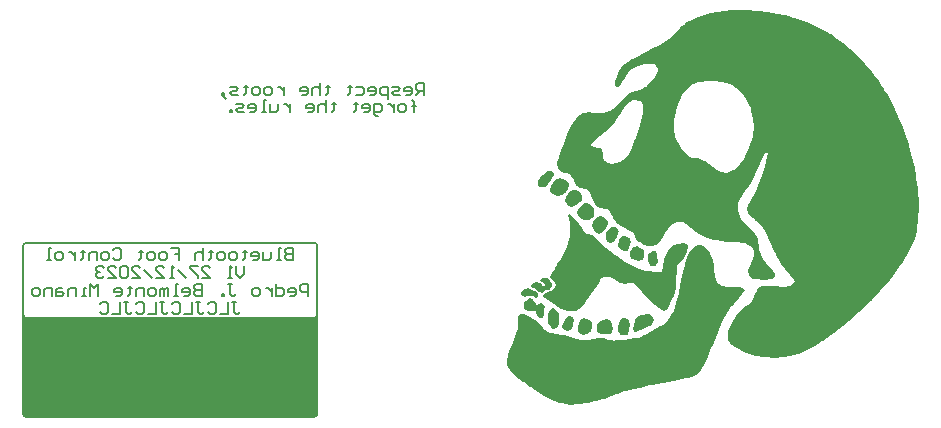
<source format=gbo>
G04*
G04 #@! TF.GenerationSoftware,Altium Limited,Altium Designer,23.9.2 (47)*
G04*
G04 Layer_Color=32896*
%FSLAX44Y44*%
%MOMM*%
G71*
G04*
G04 #@! TF.SameCoordinates,62824387-D865-4AF8-97CC-6DA101F7C082*
G04*
G04*
G04 #@! TF.FilePolarity,Positive*
G04*
G01*
G75*
%ADD10C,0.1524*%
%ADD80R,24.8158X8.3312*%
G36*
X-229774Y420568D02*
X-223964Y420205D01*
X-221059Y419842D01*
X-215793Y419297D01*
X-214340Y418934D01*
X-209438Y418389D01*
X-205262Y417481D01*
X-203809Y417118D01*
X-201267Y416755D01*
X-199270Y416210D01*
X-195457Y415302D01*
X-194004Y414939D01*
X-192189Y414213D01*
X-190736Y413850D01*
X-188739Y413305D01*
X-184199Y411671D01*
X-180568Y410218D01*
X-177300Y408766D01*
X-167495Y404045D01*
X-162048Y401140D01*
X-161321Y400413D01*
X-160595Y400050D01*
X-158416Y398598D01*
X-157690Y398234D01*
X-152606Y394603D01*
X-151879Y394240D01*
X-150790Y393150D01*
X-150064Y392787D01*
X-148974Y391698D01*
X-148248Y391335D01*
X-146795Y389882D01*
X-146069Y389519D01*
X-144616Y388066D01*
X-143890Y387703D01*
X-140985Y384798D01*
X-140259Y384435D01*
X-136082Y380259D01*
X-135719Y379533D01*
X-134993Y379169D01*
X-134630Y378443D01*
X-131362Y375175D01*
X-130998Y374448D01*
X-129183Y372633D01*
X-128820Y371906D01*
X-127367Y370454D01*
X-127004Y369728D01*
X-125914Y368638D01*
X-125551Y367912D01*
X-124825Y367186D01*
X-124462Y366459D01*
X-123736Y365733D01*
X-123372Y365007D01*
X-122646Y364280D01*
X-122283Y363554D01*
X-121738Y363009D01*
X-120286Y360830D01*
X-117925Y357380D01*
X-117562Y356654D01*
X-115746Y354112D01*
X-115383Y353386D01*
X-113931Y351207D01*
X-112478Y348665D01*
X-109936Y343944D01*
X-107939Y340131D01*
X-103581Y331052D01*
X-102673Y328692D01*
X-101220Y325424D01*
X-100312Y323063D01*
X-98860Y319069D01*
X-97044Y313985D01*
X-96136Y311624D01*
X-94684Y306903D01*
X-94321Y305451D01*
X-93413Y302364D01*
X-92505Y298551D01*
X-91779Y296009D01*
X-91234Y294011D01*
X-90871Y292196D01*
X-90508Y290017D01*
X-89781Y287112D01*
X-88692Y280212D01*
X-88329Y278396D01*
X-87602Y274038D01*
X-87239Y270407D01*
X-86694Y263326D01*
X-86331Y261873D01*
X-85968Y253884D01*
X-86513Y243171D01*
X-87421Y235726D01*
X-88147Y232821D01*
X-88873Y230279D01*
X-89781Y227192D01*
X-90689Y224832D01*
X-95410Y215027D01*
X-99768Y207401D01*
X-100494Y206675D01*
X-100857Y205948D01*
X-106304Y198322D01*
X-106668Y197596D01*
X-107757Y196507D01*
X-108120Y195780D01*
X-109210Y194691D01*
X-109573Y193965D01*
X-110299Y193238D01*
X-110662Y192512D01*
X-111752Y191423D01*
X-112115Y190696D01*
X-113931Y188881D01*
X-114294Y188154D01*
X-116473Y185975D01*
X-116836Y185249D01*
X-118651Y183433D01*
X-119015Y182707D01*
X-123372Y178349D01*
X-124280Y177078D01*
X-125007Y176715D01*
X-125551Y176170D01*
X-125914Y175444D01*
X-127004Y174718D01*
X-127367Y173992D01*
X-127912Y173447D01*
X-128638Y173084D01*
X-129364Y171994D01*
X-130091Y171631D01*
X-130998Y170723D01*
X-131362Y169997D01*
X-131906Y169815D01*
X-136627Y165094D01*
X-137353Y164731D01*
X-140259Y161826D01*
X-140985Y161463D01*
X-142801Y159647D01*
X-143527Y159284D01*
X-145343Y157468D01*
X-146069Y157105D01*
X-147158Y156016D01*
X-147885Y155653D01*
X-149700Y153837D01*
X-150427Y153474D01*
X-151153Y152747D01*
X-152424Y151840D01*
X-154421Y150205D01*
X-155692Y149298D01*
X-162774Y144032D01*
X-163500Y143669D01*
X-164226Y142942D01*
X-164953Y142579D01*
X-167495Y140764D01*
X-168221Y140400D01*
X-170763Y138585D01*
X-171489Y138222D01*
X-174394Y136406D01*
X-184199Y131322D01*
X-186197Y130414D01*
X-188557Y129506D01*
X-191644Y128598D01*
X-193097Y128235D01*
X-194912Y127872D01*
X-197091Y127509D01*
X-198907Y127146D01*
X-201086Y126783D01*
X-207804Y126238D01*
X-215793Y126601D01*
X-220151Y127327D01*
X-221604Y127690D01*
X-224146Y128054D01*
X-228866Y129506D01*
X-230319Y129869D01*
X-233951Y131322D01*
X-240124Y134227D01*
X-244119Y136769D01*
X-244845Y137132D01*
X-246116Y138403D01*
X-247932Y141671D01*
X-247750Y146937D01*
X-247387Y148753D01*
X-247024Y150205D01*
X-246116Y152566D01*
X-243937Y157287D01*
X-242121Y160192D01*
X-241758Y160918D01*
X-241032Y161644D01*
X-240669Y162371D01*
X-239942Y163097D01*
X-239579Y163823D01*
X-235948Y167455D01*
X-233951Y169089D01*
X-232135Y170179D01*
X-231045Y171268D01*
X-230319Y171631D01*
X-227777Y174173D01*
X-225598Y177805D01*
X-224690Y180165D01*
X-223601Y182707D01*
X-222875Y184523D01*
X-221967Y185431D01*
X-220696Y186339D01*
X-218880Y187065D01*
X-215975Y187428D01*
X-209983Y187246D01*
X-208893Y186883D01*
X-199088Y186520D01*
X-196546Y186883D01*
X-195094Y187246D01*
X-192733Y188517D01*
X-191281Y191059D01*
X-191644Y192149D01*
X-192370Y193965D01*
X-194912Y196507D01*
X-195275Y197233D01*
X-199088Y201046D01*
X-202538Y205585D01*
X-202901Y206312D01*
X-203628Y207038D01*
X-206896Y213211D01*
X-207259Y213938D01*
X-209438Y218659D01*
X-211254Y222653D01*
X-215612Y231732D01*
X-217427Y235000D01*
X-217790Y235726D01*
X-219606Y238269D01*
X-219969Y238995D01*
X-223056Y242082D01*
X-223782Y242445D01*
X-224509Y243171D01*
X-225235Y243534D01*
X-225961Y244260D01*
X-226688Y244624D01*
X-227777Y245713D01*
X-228503Y246076D01*
X-230137Y247710D01*
X-230501Y248437D01*
X-231227Y249163D01*
X-231590Y252794D01*
X-230864Y254610D01*
X-230501Y255700D01*
X-229048Y257878D01*
X-225053Y265504D01*
X-223238Y269499D01*
X-221422Y274220D01*
X-220514Y276217D01*
X-219969Y278215D01*
X-218154Y282936D01*
X-217427Y285841D01*
X-216701Y287656D01*
X-214522Y296372D01*
X-214159Y298914D01*
X-214522Y300366D01*
X-215793Y300548D01*
X-218154Y296009D01*
X-219606Y292740D01*
X-221422Y288746D01*
X-228322Y274583D01*
X-231953Y269499D01*
X-232316Y268773D01*
X-233043Y268046D01*
X-233406Y267320D01*
X-235222Y264778D01*
X-238127Y259331D01*
X-238490Y258605D01*
X-239216Y256789D01*
X-239579Y250979D01*
X-238853Y248073D01*
X-237037Y244079D01*
X-235948Y242989D01*
X-235585Y242263D01*
X-231045Y237724D01*
X-230319Y237361D01*
X-230137Y236816D01*
X-229593Y236634D01*
X-225780Y232821D01*
X-224690Y231005D01*
X-223782Y230098D01*
X-222511Y226648D01*
X-222148Y225558D01*
X-221785Y219748D01*
X-221422Y218295D01*
X-221059Y215753D01*
X-219243Y211759D01*
X-218154Y209943D01*
X-217064Y208854D01*
X-216701Y208127D01*
X-215248Y206675D01*
X-214885Y205948D01*
X-211617Y202680D01*
X-211254Y201954D01*
X-209801Y200501D01*
X-209438Y199775D01*
X-207622Y197233D01*
X-207804Y194509D01*
X-210346Y192694D01*
X-216883Y192330D01*
X-223782Y192694D01*
X-225780Y193238D01*
X-228140Y194146D01*
X-230137Y196143D01*
X-230501Y199775D01*
X-229774Y202680D01*
X-228322Y205948D01*
X-227959Y207401D01*
X-227414Y207946D01*
X-226506Y210306D01*
X-225780Y212122D01*
X-225417Y215390D01*
X-226869Y219022D01*
X-228503Y220656D01*
X-230501Y221927D01*
X-233406Y223016D01*
X-235222Y223379D01*
X-239761Y223924D01*
X-245571Y224287D01*
X-250292Y224650D01*
X-251745Y225014D01*
X-257918Y225740D01*
X-259371Y226103D01*
X-261913Y226829D01*
X-265544Y227919D01*
X-270991Y230461D01*
X-274986Y233003D01*
X-275712Y233366D01*
X-276439Y234092D01*
X-277165Y234455D01*
X-278617Y235908D01*
X-279344Y236271D01*
X-280978Y237905D01*
X-282975Y239540D01*
X-283701Y239903D01*
X-284791Y240992D01*
X-291328Y241355D01*
X-294596Y239903D01*
X-295322Y239540D01*
X-296775Y238087D01*
X-298409Y236090D01*
X-298772Y235363D01*
X-299498Y234637D01*
X-300951Y232095D01*
X-302767Y228827D01*
X-303130Y228100D01*
X-304583Y225921D01*
X-304946Y225195D01*
X-306398Y223743D01*
X-308396Y222108D01*
X-309667Y221564D01*
X-311664Y221019D01*
X-312753Y220656D01*
X-315295Y221019D01*
X-319290Y222108D01*
X-322195Y223924D01*
X-322921Y224287D01*
X-325282Y226648D01*
X-327461Y230642D01*
X-328369Y232640D01*
X-329095Y233003D01*
X-329640Y233548D01*
X-332000Y234455D01*
X-335268Y235908D01*
X-338173Y237724D01*
X-338900Y238087D01*
X-340352Y239540D01*
X-341079Y239903D01*
X-342350Y241174D01*
X-344892Y244442D01*
X-345255Y245168D01*
X-347434Y249889D01*
X-348705Y251160D01*
X-349976Y252068D01*
X-351973Y252613D01*
X-355605Y252976D01*
X-357420Y253702D01*
X-358510Y254792D01*
X-360144Y256789D01*
X-361960Y260057D01*
X-362686Y261873D01*
X-364865Y266957D01*
X-365773Y267865D01*
X-367044Y268773D01*
X-368496Y269136D01*
X-371946Y269681D01*
X-374488Y270770D01*
X-375033Y271315D01*
X-375396Y272041D01*
X-376122Y272767D01*
X-377938Y276036D01*
X-378301Y276762D01*
X-380299Y280575D01*
X-381570Y281483D01*
X-385019Y282754D01*
X-386472Y283117D01*
X-388288Y283843D01*
X-390467Y285296D01*
X-392101Y287293D01*
X-392464Y290925D01*
X-391738Y293830D01*
X-391011Y295646D01*
X-390648Y297098D01*
X-390103Y299095D01*
X-388288Y304180D01*
X-387017Y307630D01*
X-385201Y312350D01*
X-383748Y315619D01*
X-381206Y321066D01*
X-378301Y326513D01*
X-377575Y327239D01*
X-377212Y327966D01*
X-376485Y328692D01*
X-376122Y329418D01*
X-374851Y330689D01*
X-370130Y333231D01*
X-367588Y333594D01*
X-366499Y333958D01*
X-361596Y333776D01*
X-357239Y333413D01*
X-352699Y333594D01*
X-351247Y333958D01*
X-347979Y335410D01*
X-345800Y336863D01*
X-345073Y337226D01*
X-343621Y338679D01*
X-342894Y339042D01*
X-332726Y349210D01*
X-332000Y349573D01*
X-331092Y350481D01*
X-326553Y352115D01*
X-322195Y353204D01*
X-320379Y353931D01*
X-318200Y355383D01*
X-317474Y355746D01*
X-316748Y356473D01*
X-316022Y356836D01*
X-312208Y360649D01*
X-309667Y363917D01*
X-307851Y367186D01*
X-307488Y368275D01*
X-307306Y368456D01*
X-307125Y371180D01*
X-307488Y372633D01*
X-308396Y373541D01*
X-309122Y373904D01*
X-309848Y374630D01*
X-312027Y374993D01*
X-313116Y375356D01*
X-318564Y374993D01*
X-321469Y374267D01*
X-324011Y373541D01*
X-325827Y372814D01*
X-328369Y371362D01*
X-329095Y370998D01*
X-331455Y368638D01*
X-335087Y363191D01*
X-335450Y362465D01*
X-337266Y359922D01*
X-338355Y358107D01*
X-340715Y355746D01*
X-342168Y355383D01*
X-343439Y357017D01*
X-343076Y359922D01*
X-342350Y362465D01*
X-341260Y366459D01*
X-340534Y367186D01*
X-340171Y368638D01*
X-338355Y371543D01*
X-337992Y372270D01*
X-334905Y375356D01*
X-334179Y375719D01*
X-333453Y376446D01*
X-332726Y376809D01*
X-330547Y378261D01*
X-325100Y381167D01*
X-311301Y388430D01*
X-307306Y390608D01*
X-305490Y391335D01*
X-304764Y392061D01*
X-300043Y394603D01*
X-297501Y396419D01*
X-296775Y396782D01*
X-295685Y397871D01*
X-294959Y398234D01*
X-294051Y399142D01*
X-291509Y402411D01*
X-291146Y403137D01*
X-288422Y405861D01*
X-287151Y406768D01*
X-285154Y408403D01*
X-284428Y408766D01*
X-283883Y409310D01*
X-276620Y413305D01*
X-272989Y414758D01*
X-267905Y416573D01*
X-265907Y417118D01*
X-263002Y417844D01*
X-261005Y418389D01*
X-258826Y418752D01*
X-255376Y419297D01*
X-252834Y419660D01*
X-251745Y420023D01*
X-244119Y420387D01*
X-243029Y420750D01*
X-229774Y420568D01*
D02*
G37*
G36*
X-397003Y284207D02*
X-395369Y282572D01*
X-395006Y280757D01*
X-397911Y276399D01*
X-398274Y275672D01*
X-398456Y275491D01*
X-399727Y273857D01*
X-400090Y273130D01*
X-400998Y272223D01*
X-401724Y271859D01*
X-402450Y271133D01*
X-404266Y270770D01*
X-406808Y271133D01*
X-408442Y272767D01*
X-408806Y274220D01*
X-408442Y275672D01*
X-407716Y277488D01*
X-406990Y278215D01*
X-406627Y278941D01*
X-405537Y280030D01*
X-405174Y280757D01*
X-404629Y280938D01*
X-403358Y282209D01*
X-400453Y284025D01*
X-399001Y284388D01*
X-397003Y284207D01*
D02*
G37*
G36*
X-385746Y276580D02*
X-383930Y275854D01*
X-382659Y274583D01*
X-382114Y273312D01*
X-382296Y272041D01*
X-384475Y267320D01*
X-384656Y267139D01*
X-384838Y266957D01*
X-385201Y266231D01*
X-385927Y265504D01*
X-387925Y263870D01*
X-391556Y263507D01*
X-394098Y264233D01*
X-395914Y265323D01*
X-396640Y265686D01*
X-398274Y267320D01*
X-398637Y269136D01*
X-397911Y270952D01*
X-397548Y272404D01*
X-396095Y274583D01*
X-395732Y275309D01*
X-394643Y276399D01*
X-392645Y278033D01*
X-389740Y278396D01*
X-385746Y276580D01*
D02*
G37*
G36*
X-374125Y267139D02*
X-373399Y266775D01*
X-372491Y265868D01*
X-372128Y265141D01*
X-371401Y264415D01*
X-371038Y261510D01*
X-371401Y260057D01*
X-373036Y258423D01*
X-376304Y255881D01*
X-378301Y254610D01*
X-380117Y253884D01*
X-380299Y253702D01*
X-382477Y254429D01*
X-384112Y256063D01*
X-385201Y257878D01*
X-385564Y259331D01*
X-384838Y262236D01*
X-383385Y264778D01*
X-383022Y265504D01*
X-381388Y267139D01*
X-380662Y267502D01*
X-379935Y268228D01*
X-377393Y268591D01*
X-374125Y267139D01*
D02*
G37*
G36*
X-364683Y256607D02*
X-362868Y254792D01*
X-361233Y252794D01*
X-360870Y248073D01*
X-361596Y246258D01*
X-363231Y244624D01*
X-365773Y243171D01*
X-369404Y242808D01*
X-371220Y243534D01*
X-371946Y243897D01*
X-374851Y246802D01*
X-375396Y248800D01*
X-374670Y251342D01*
X-373580Y253158D01*
X-373217Y253884D01*
X-371401Y255700D01*
X-369404Y257334D01*
X-367952Y257697D01*
X-367225D01*
X-364683Y256607D01*
D02*
G37*
G36*
X-354878Y246076D02*
X-351610Y244624D01*
X-351065Y244079D01*
X-350702Y243353D01*
X-350157Y242808D01*
X-349976Y242626D01*
X-349613Y240811D01*
X-349249Y239721D01*
X-349976Y237542D01*
X-350702Y235726D01*
X-353426Y233003D01*
X-356694Y231187D01*
X-358510Y231913D01*
X-360144Y233184D01*
X-360507Y233911D01*
X-361233Y234637D01*
X-361596Y235363D01*
X-362323Y236090D01*
X-362686Y238995D01*
X-360870Y242989D01*
X-360507Y243716D01*
X-358691Y245531D01*
X-356331Y246439D01*
X-354878Y246076D01*
D02*
G37*
G36*
X-341805Y236271D02*
X-340534Y234637D01*
X-340171Y233184D01*
X-340534Y230642D01*
X-341987Y228463D01*
X-342350Y227737D01*
X-343439Y226648D01*
X-343802Y225921D01*
X-345436Y224650D01*
X-347252Y223561D01*
X-349068Y223924D01*
X-350339Y225195D01*
X-350702Y226648D01*
X-350884Y226829D01*
X-351428Y228100D01*
X-351247Y230824D01*
X-350339Y233184D01*
X-348886Y234637D01*
X-348523Y235363D01*
X-346163Y236634D01*
X-343621Y236997D01*
X-341805Y236271D01*
D02*
G37*
G36*
X-332000Y228645D02*
X-331274Y227919D01*
X-331092Y227737D01*
X-330366Y227011D01*
X-330003Y224106D01*
X-331455Y219385D01*
X-332182Y217569D01*
X-333089Y216661D01*
X-334542Y216298D01*
X-335995Y216661D01*
X-337810Y217388D01*
X-338537Y218114D01*
X-339263Y218477D01*
X-340171Y219748D01*
X-340534Y221201D01*
X-340171Y224832D01*
X-339081Y227374D01*
X-338718Y228100D01*
X-337810Y229008D01*
X-334905Y229371D01*
X-332000Y228645D01*
D02*
G37*
G36*
X-320379Y218477D02*
X-319653Y218114D01*
X-319108Y217206D01*
X-318745Y215390D01*
X-319108Y211759D01*
X-319835Y209943D01*
X-320742Y208672D01*
X-324011Y208309D01*
X-325463Y208672D01*
X-328732Y210125D01*
X-329458Y210488D01*
X-330003Y211396D01*
X-330184Y211577D01*
X-330366Y211759D01*
X-330729Y214301D01*
X-330366Y215753D01*
X-329276Y218295D01*
X-328913Y219022D01*
X-327642Y220293D01*
X-325100Y220656D01*
X-320379Y218477D01*
D02*
G37*
G36*
X-309122Y216298D02*
X-307488Y213211D01*
Y212848D01*
X-307125Y207401D01*
X-308396Y205041D01*
X-309122Y204677D01*
X-309848Y203951D01*
X-312027Y203588D01*
X-313480Y203951D01*
X-314024Y204859D01*
X-314569Y206130D01*
X-315114Y208854D01*
X-315477Y209943D01*
X-315114Y212848D01*
X-314387Y214664D01*
X-313843Y215209D01*
X-313116Y215572D01*
X-312390Y216298D01*
X-310574Y216661D01*
X-309122Y216298D01*
D02*
G37*
G36*
X-399908Y193420D02*
X-398637Y192149D01*
X-398274Y191423D01*
X-396822Y189244D01*
X-396459Y187791D01*
X-397003Y186157D01*
X-397730Y185794D01*
X-398274Y185249D01*
X-398637Y184523D01*
X-399545Y183615D01*
X-400272Y183252D01*
X-401724Y183615D01*
X-402814Y183252D01*
X-405356Y181436D01*
X-406264Y181618D01*
X-406445Y181799D01*
X-407898Y182162D01*
X-409713Y183978D01*
X-412255Y185431D01*
X-414253Y185975D01*
X-414616Y188154D01*
X-412255Y189788D01*
X-410076Y190152D01*
X-407171Y189425D01*
X-405356Y188699D01*
X-404811Y188154D01*
X-404448Y187428D01*
X-403903Y186883D01*
X-402814Y186520D01*
X-402632Y187428D01*
X-402995Y188517D01*
X-404992Y190152D01*
X-405719Y190515D01*
X-406264Y191059D01*
X-406627Y192512D01*
X-405356Y193783D01*
X-402450Y194146D01*
X-399908Y193420D01*
D02*
G37*
G36*
X-413708Y183978D02*
X-411166Y182889D01*
X-410440Y182526D01*
X-408806Y180891D01*
X-408442Y178349D01*
X-408987Y177805D01*
X-410258Y177260D01*
X-411166Y177441D01*
X-412982Y178531D01*
X-415524Y178894D01*
X-418429Y178168D01*
X-419518Y177805D01*
X-420971Y178168D01*
X-421334D01*
X-422968Y179076D01*
X-423331Y180891D01*
X-422968Y182344D01*
X-422424Y182889D01*
X-419882Y184704D01*
X-417340Y185068D01*
X-413708Y183978D01*
D02*
G37*
G36*
X-378664Y245168D02*
X-378301Y244442D01*
X-376849Y242989D01*
X-376485Y242263D01*
X-375941Y241718D01*
X-374307Y239721D01*
X-371765Y236453D01*
X-371401Y235726D01*
X-370675Y235000D01*
X-370312Y234274D01*
X-369586Y233548D01*
X-369223Y232821D01*
X-368678Y232276D01*
X-366136Y230824D01*
X-363231Y230098D01*
X-359962Y228645D01*
X-359236Y227919D01*
X-357602Y225921D01*
X-357239Y225195D01*
X-353426Y221382D01*
X-352699Y221019D01*
X-351247Y219566D01*
X-350521Y219203D01*
X-349068Y217751D01*
X-348342Y217388D01*
X-347797Y216843D01*
X-343258Y213393D01*
X-342531Y213030D01*
X-341987Y212485D01*
X-337992Y209943D01*
X-334542Y207583D01*
X-332000Y206130D01*
X-331274Y205404D01*
X-328005Y203588D01*
X-326734Y203043D01*
X-324919Y202317D01*
X-322014Y201227D01*
X-320198Y200864D01*
X-316203Y200138D01*
X-312390Y199593D01*
X-311301Y199230D01*
X-305854Y198867D01*
X-304401Y199230D01*
X-303493Y200138D01*
X-303130Y203406D01*
X-301677Y209217D01*
X-300951Y211759D01*
X-298046Y217932D01*
X-297320Y218659D01*
X-296956Y219385D01*
X-294959Y221019D01*
X-293143Y222108D01*
X-291328Y222835D01*
X-285154Y223198D01*
X-282612Y222472D01*
X-281704Y221564D01*
X-281341Y219022D01*
X-282067Y217206D01*
X-282430Y215753D01*
X-284609Y211033D01*
X-286062Y209580D01*
X-286425Y208854D01*
X-286970Y208309D01*
X-287696Y207946D01*
X-288604Y207038D01*
X-291146Y203769D01*
X-291509Y188154D01*
X-291872Y185612D01*
X-292962Y181255D01*
X-293870Y178168D01*
X-294778Y175807D01*
X-298409Y168181D01*
X-300043Y166547D01*
X-302222Y166184D01*
X-303675Y166547D01*
X-306217Y168363D01*
X-306943Y168726D01*
X-309122Y170905D01*
X-309848Y171268D01*
X-314932Y176352D01*
X-315658Y176715D01*
X-315840Y177260D01*
X-320561Y181981D01*
X-320924Y182707D01*
X-323829Y185612D01*
X-324192Y186339D01*
X-326190Y188336D01*
X-326916Y188699D01*
X-327642Y189425D01*
X-329458Y189788D01*
X-330547Y189425D01*
X-335995Y189062D01*
X-337447Y189425D01*
X-339081Y189970D01*
X-341442Y190878D01*
X-342168Y191604D01*
X-342894Y191967D01*
X-345618Y193601D01*
X-347434Y194328D01*
X-349794Y194872D01*
X-351247Y195236D01*
X-352699Y194872D01*
X-353789Y194509D01*
X-354515Y194146D01*
X-355060Y193601D01*
X-357239Y189607D01*
X-358691Y187428D01*
X-359054Y186702D01*
X-359599Y186157D01*
X-361052Y183978D01*
X-368133Y174355D01*
X-368496Y173628D01*
X-369223Y172902D01*
X-369586Y172176D01*
X-370675Y171086D01*
X-371038Y170360D01*
X-373762Y167636D01*
X-376304Y165821D01*
X-383567Y166184D01*
X-386109Y166547D01*
X-387925Y167273D01*
X-389014Y167636D01*
X-391193Y169089D01*
X-391919Y169452D01*
X-392645Y170179D01*
X-393372Y170542D01*
X-394461Y171631D01*
X-395187Y171994D01*
X-395914Y172721D01*
X-399908Y174899D01*
X-402814Y176715D01*
X-404448Y178712D01*
X-404085Y179802D01*
X-402814Y180710D01*
X-400272Y182162D01*
X-396277Y183978D01*
X-395551Y184341D01*
X-395006Y184886D01*
X-394824Y185068D01*
X-393917Y185975D01*
X-393553Y188154D01*
X-393917Y189607D01*
X-395369Y191059D01*
X-395732Y191786D01*
X-396277Y191967D01*
X-397185Y192875D01*
X-398274Y194691D01*
X-397911Y196143D01*
X-396459Y198322D01*
X-394643Y201591D01*
X-394280Y202317D01*
X-392827Y204496D01*
X-392464Y205222D01*
X-391375Y207038D01*
X-389559Y210306D01*
X-384475Y220111D01*
X-383385Y223016D01*
X-382296Y227011D01*
X-381933Y228100D01*
X-381570Y238632D01*
X-381933Y240084D01*
X-382296Y244805D01*
X-383022Y246621D01*
X-382841Y247529D01*
X-381388Y247892D01*
X-378664Y245168D01*
D02*
G37*
G36*
X-412800Y176170D02*
X-412437Y175444D01*
X-411711Y174718D01*
X-410621Y171813D01*
X-409713Y170905D01*
X-406445Y172357D01*
X-404629Y171631D01*
X-402995Y169634D01*
X-403177Y166910D01*
X-403722Y162371D01*
X-404448Y160555D01*
X-404992Y160010D01*
X-406445Y159647D01*
X-408261Y160373D01*
X-409713Y162552D01*
X-410076Y164731D01*
X-410440Y166184D01*
X-413708Y165821D01*
X-416976D01*
X-418792Y166547D01*
X-420426Y168181D01*
X-420789Y170360D01*
X-420063Y173265D01*
X-419337Y173992D01*
X-418974Y174718D01*
X-416976Y176352D01*
X-415161Y177078D01*
X-412800Y176170D01*
D02*
G37*
G36*
X-394098Y167273D02*
X-393372Y166910D01*
X-392101Y165276D01*
X-391738Y164550D01*
X-391011Y163823D01*
X-390648Y159829D01*
X-391011Y155108D01*
X-391193Y154926D01*
X-392101Y152203D01*
X-393009Y151295D01*
X-395551Y150932D01*
X-396640Y151295D01*
X-397366Y151658D01*
X-397911Y152203D01*
X-399727Y155471D01*
X-400090Y160192D01*
X-399727Y162734D01*
X-399001Y165639D01*
X-398274Y166366D01*
X-397911Y167092D01*
X-397366Y167636D01*
X-395914Y168000D01*
X-394098Y167273D01*
D02*
G37*
G36*
X-380480Y161281D02*
X-380299Y161100D01*
X-379209Y160737D01*
X-377938Y158376D01*
X-378664Y154018D01*
X-380117Y150750D01*
X-381751Y149479D01*
X-383930Y149116D01*
X-385383Y149479D01*
X-387380Y150387D01*
X-388469Y152203D01*
X-387743Y154745D01*
X-385019Y160010D01*
X-382477Y161826D01*
X-380480Y161281D01*
D02*
G37*
G36*
X-313116Y162552D02*
X-312208Y161644D01*
X-311301Y160373D01*
X-310756Y158376D01*
X-311119Y156924D01*
X-312208Y154382D01*
X-312753Y154200D01*
X-313480Y153474D01*
X-313843D01*
X-314569Y153111D01*
X-317837Y151658D01*
X-325463Y147663D01*
X-326916Y148027D01*
X-327461Y148571D01*
X-327824Y150387D01*
X-327461Y152929D01*
X-326371Y157287D01*
X-325645Y159829D01*
X-325100Y160373D01*
X-321106Y162552D01*
X-314569Y162915D01*
X-313116Y162552D01*
D02*
G37*
G36*
X-348342Y158195D02*
X-347615Y157831D01*
X-345618Y155108D01*
X-345255Y150750D01*
X-345981Y148208D01*
X-347979Y146574D01*
X-351065Y146756D01*
X-355605Y146574D01*
X-357057Y146937D01*
X-358328Y148934D01*
X-358691Y153655D01*
X-357965Y155471D01*
X-356331Y157105D01*
X-353789Y158558D01*
X-350884Y158921D01*
X-350157D01*
X-348342Y158195D01*
D02*
G37*
G36*
X-366862Y159284D02*
X-364683Y157831D01*
X-363049Y155834D01*
X-362686Y152566D01*
X-363049Y151113D01*
X-364138Y148571D01*
X-364865Y147845D01*
X-366862Y146211D01*
X-370857Y145848D01*
X-372309Y146211D01*
X-372491Y146392D01*
X-373036Y146574D01*
X-374307Y147845D01*
X-374670Y148571D01*
X-375033Y149661D01*
X-374670Y153292D01*
X-374307Y154745D01*
X-372854Y158013D01*
X-372491Y158739D01*
X-371583Y159284D01*
X-369404Y159647D01*
X-366862Y159284D01*
D02*
G37*
G36*
X-333089D02*
X-332363Y158921D01*
X-331455Y157650D01*
X-331092Y154018D01*
X-332182Y146392D01*
X-333089Y145485D01*
X-335631Y145121D01*
X-338173Y145848D01*
X-339081Y146756D01*
X-340897Y149298D01*
X-340715Y152747D01*
X-340534Y152929D01*
X-340171Y155108D01*
X-339445Y158013D01*
X-337810Y159647D01*
X-334905Y160010D01*
X-333089Y159284D01*
D02*
G37*
G36*
X-270265Y221382D02*
X-266997Y219930D01*
X-264636Y217569D01*
X-263184Y215027D01*
X-262639Y214482D01*
X-261368Y211033D01*
X-260823Y209035D01*
X-259915Y205222D01*
X-259371Y200320D01*
X-258644Y195962D01*
X-258100Y192512D01*
X-257373Y190696D01*
X-257010Y189970D01*
X-255739Y188699D01*
X-253197Y187246D01*
X-252108Y186883D01*
X-248839Y186520D01*
X-247387Y186157D01*
X-238308Y185794D01*
X-237219D01*
X-234677Y185431D01*
X-234132Y184886D01*
X-233769Y183433D01*
X-235585Y180891D01*
X-235948Y180165D01*
X-238127Y177986D01*
X-238490Y177260D01*
X-240306Y175444D01*
X-240669Y174718D01*
X-242484Y172902D01*
X-242847Y172176D01*
X-243937Y171086D01*
X-244300Y170360D01*
X-245753Y168908D01*
X-246116Y168181D01*
X-246842Y167455D01*
X-247205Y166729D01*
X-248658Y164550D01*
X-252471Y156742D01*
X-253379Y154382D01*
X-254287Y152384D01*
X-255194Y150024D01*
X-256284Y147482D01*
X-257192Y145485D01*
X-258100Y143124D01*
X-259008Y141127D01*
X-259915Y138766D01*
X-260823Y136769D01*
X-261731Y134409D01*
X-263547Y130414D01*
X-265000Y127146D01*
X-267542Y121698D01*
X-270810Y115525D01*
X-271536Y114799D01*
X-271899Y114072D01*
X-272989Y112983D01*
X-275168Y111530D01*
X-278617Y110259D01*
X-281704Y109351D01*
X-283157Y108988D01*
X-286788Y108262D01*
X-291146Y107173D01*
X-293325Y106809D01*
X-295141Y106446D01*
X-296593Y106083D01*
X-298409Y105720D01*
X-303130Y104994D01*
X-304583Y104630D01*
X-306398Y104267D01*
X-307851Y103904D01*
X-312208Y103178D01*
X-314024Y102815D01*
X-316929Y102088D01*
X-319108Y101725D01*
X-322740Y100999D01*
X-324192Y100636D01*
X-326553Y100091D01*
X-328005Y99728D01*
X-330003Y99183D01*
X-335813Y97731D01*
X-340897Y95915D01*
X-342713Y95189D01*
X-345618Y94099D01*
X-349068Y92828D01*
X-350521Y92465D01*
X-352336Y91739D01*
X-353789Y91376D01*
X-356876Y90468D01*
X-359781Y89741D01*
X-361596Y89378D01*
X-365954Y88289D01*
X-368133Y87926D01*
X-373036Y87381D01*
X-374125Y87018D01*
X-382477Y86655D01*
X-383930Y87018D01*
X-388833Y87563D01*
X-391193Y88107D01*
X-398819Y91739D01*
X-403540Y94281D01*
X-405719Y95733D01*
X-410803Y98639D01*
X-411529Y99365D01*
X-412255Y99728D01*
X-414797Y101544D01*
X-415524Y101907D01*
X-420608Y105538D01*
X-421334Y105901D01*
X-422060Y106628D01*
X-422787Y106991D01*
X-423876Y108080D01*
X-424602Y108444D01*
X-425692Y109533D01*
X-426418Y109896D01*
X-428234Y111712D01*
X-428960Y112075D01*
X-431684Y114799D01*
X-432047Y115525D01*
X-432592Y116070D01*
X-434044Y118249D01*
X-434589Y120246D01*
X-434952Y121335D01*
X-434771Y124422D01*
X-434407Y126601D01*
X-433681Y129506D01*
X-432955Y131322D01*
X-432047Y133682D01*
X-430594Y136951D01*
X-429687Y138948D01*
X-428597Y141853D01*
X-426963Y146392D01*
X-426237Y149298D01*
X-425873Y150387D01*
X-425510Y156924D01*
X-425147Y161644D01*
X-423513Y163279D01*
X-422787Y163642D01*
X-420245Y163279D01*
X-415524Y161100D01*
X-414797Y160737D01*
X-412619Y159284D01*
X-411892Y158921D01*
X-411166Y158195D01*
X-410440Y157831D01*
X-408987Y156379D01*
X-408261Y156016D01*
X-405900Y153655D01*
X-405537Y152929D01*
X-404448Y151840D01*
X-404085Y151113D01*
X-402995Y150024D01*
X-400090Y148208D01*
X-398274Y147482D01*
X-396822Y147119D01*
X-389014Y145485D01*
X-385383Y145121D01*
X-378120Y143306D01*
X-375578Y142216D01*
X-374125Y141853D01*
X-373036Y141490D01*
X-365591Y141671D01*
X-361960Y142035D01*
X-357783Y142579D01*
X-356694Y142942D01*
X-352336Y142579D01*
X-350884Y142216D01*
X-348886Y141671D01*
X-345436Y141127D01*
X-344347Y140764D01*
X-342350Y140945D01*
X-335087Y141671D01*
X-327642Y142579D01*
X-323284Y143306D01*
X-318564Y145485D01*
X-316748Y146574D01*
X-314206Y148027D01*
X-305127Y152747D01*
X-302948Y154200D01*
X-302222Y154563D01*
X-301133Y155653D01*
X-300406Y156016D01*
X-299135Y157287D01*
X-298227Y158558D01*
X-296593Y160555D01*
X-294778Y163823D01*
X-293870Y165821D01*
X-292962Y168181D01*
X-291509Y172902D01*
X-290783Y175807D01*
X-290238Y177805D01*
X-289512Y181436D01*
X-289149Y183615D01*
X-288786Y185431D01*
X-288422Y186883D01*
X-287696Y191241D01*
X-287333Y193057D01*
X-286970Y194509D01*
X-286062Y198685D01*
X-285336Y201591D01*
X-283157Y208854D01*
X-282430Y210669D01*
X-281341Y213211D01*
X-280615Y215027D01*
X-278799Y217569D01*
X-278436Y218295D01*
X-277346Y219385D01*
X-275168Y220837D01*
X-272807Y221745D01*
X-270265Y221382D01*
D02*
G37*
%LPC*%
G36*
X-328369Y344126D02*
X-330911Y343036D01*
X-331637Y342673D01*
X-334361Y339949D01*
X-334724Y339223D01*
X-335813Y338134D01*
X-336176Y337407D01*
X-338718Y333413D01*
X-339081Y332687D01*
X-340897Y330145D01*
X-342350Y327603D01*
X-343076Y326876D01*
X-343439Y326150D01*
X-344529Y325061D01*
X-344892Y324334D01*
X-350521Y318705D01*
X-351247Y318342D01*
X-351791Y317798D01*
X-353789Y316163D01*
X-354515Y315800D01*
X-355605Y314711D01*
X-356331Y314348D01*
X-357420Y313258D01*
X-358147Y312895D01*
X-358873Y312169D01*
X-359599Y311806D01*
X-363049Y308356D01*
X-363412Y306177D01*
X-362868Y305632D01*
X-361596Y304724D01*
X-358147Y304180D01*
X-355605Y303453D01*
X-354334Y302182D01*
X-353970Y299640D01*
X-353607Y296009D01*
X-352518Y293467D01*
X-351610Y292559D01*
X-349068Y290743D01*
X-344710Y290380D01*
X-343258Y290743D01*
X-339263Y291833D01*
X-337084Y293285D01*
X-336358Y293648D01*
X-335268Y294738D01*
X-334542Y295101D01*
X-333634Y296009D01*
X-333271Y296735D01*
X-332545Y297461D01*
X-329276Y303635D01*
X-327824Y306903D01*
X-326916Y309264D01*
X-326190Y311079D01*
X-325827Y312532D01*
X-324737Y315437D01*
X-324192Y317434D01*
X-323284Y319795D01*
X-322558Y322700D01*
X-322377Y322882D01*
Y323245D01*
X-321469Y326331D01*
X-320561Y330508D01*
X-320198Y331960D01*
X-319835Y333050D01*
X-319471Y339949D01*
X-320198Y342491D01*
X-321469Y343763D01*
X-328369Y344126D01*
D02*
G37*
G36*
X-266271Y360830D02*
X-270628Y360104D01*
X-273533Y359378D01*
X-276802Y357925D01*
X-277165D01*
X-279707Y356110D01*
X-280433Y355746D01*
X-282975Y353204D01*
X-284609Y351207D01*
X-286425Y348665D01*
X-287878Y346123D01*
X-288786Y344126D01*
X-290965Y338315D01*
X-292054Y333958D01*
X-292962Y330145D01*
X-293325Y329055D01*
X-293688Y322155D01*
X-293143Y317253D01*
X-292780Y315437D01*
X-292417Y313985D01*
X-291509Y311624D01*
X-289330Y306903D01*
X-287515Y303998D01*
X-287151Y303272D01*
X-286062Y302182D01*
X-285699Y301456D01*
X-283520Y299277D01*
X-281523Y297643D01*
X-279525Y296372D01*
X-277710Y295646D01*
X-273170Y295101D01*
X-271355Y294375D01*
X-268086Y292922D01*
X-267360Y292559D01*
X-257192Y285296D01*
X-253923Y283480D01*
X-248476Y283117D01*
X-247024Y283480D01*
X-243392Y284933D01*
X-242666Y285659D01*
X-241940Y286022D01*
X-240487Y287475D01*
X-239216Y288383D01*
X-238853Y289109D01*
X-237945Y290017D01*
X-234495Y294556D01*
X-231408Y300185D01*
X-229593Y304180D01*
X-227959Y308719D01*
X-227414Y310353D01*
X-226869Y313077D01*
X-226506Y314166D01*
X-226143Y322519D01*
X-226506Y327239D01*
X-227232Y332323D01*
X-228140Y335410D01*
X-228685Y337407D01*
X-229774Y339949D01*
X-232316Y345397D01*
X-234132Y347939D01*
X-234495Y348665D01*
X-235585Y349754D01*
X-235948Y350481D01*
X-238490Y353023D01*
X-240487Y354657D01*
X-241213Y355020D01*
X-241940Y355746D01*
X-244482Y357199D01*
X-245753Y357744D01*
X-249747Y359196D01*
X-251563Y359559D01*
X-255376Y360104D01*
X-256466Y360467D01*
X-266271Y360830D01*
D02*
G37*
%LPD*%
D10*
X-844374Y78740D02*
G03*
X-841834Y76200I2540J0D01*
G01*
Y223520D02*
G03*
X-844374Y220980I0J-2540D01*
G01*
X-597994Y76200D02*
G03*
X-595454Y78740I0J2540D01*
G01*
Y220980D02*
G03*
X-597994Y223520I-2540J0D01*
G01*
X-844374Y162560D02*
G03*
X-841834Y160020I2540J0D01*
G01*
Y223520D02*
G03*
X-844374Y220980I0J-2540D01*
G01*
X-597994Y160020D02*
G03*
X-595454Y162560I0J2540D01*
G01*
Y220980D02*
G03*
X-597994Y223520I-2540J0D01*
G01*
X-841834D02*
X-597994D01*
X-841834Y76200D02*
X-597994D01*
X-844374Y78740D02*
Y220980D01*
X-595454Y78740D02*
Y220980D01*
X-841834Y223520D02*
X-597994D01*
X-841834Y160020D02*
X-597994D01*
X-844374Y162560D02*
Y220980D01*
X-595454Y162560D02*
Y220980D01*
X-615808Y219456D02*
Y209299D01*
X-620886D01*
X-622579Y210992D01*
Y212685D01*
X-620886Y214378D01*
X-615808D01*
X-620886D01*
X-622579Y216070D01*
Y217763D01*
X-620886Y219456D01*
X-615808D01*
X-625964Y209299D02*
X-629350D01*
X-627657D01*
Y219456D01*
X-625964D01*
X-634428Y216070D02*
Y210992D01*
X-636121Y209299D01*
X-641199D01*
Y216070D01*
X-649663Y209299D02*
X-646278D01*
X-644585Y210992D01*
Y214378D01*
X-646278Y216070D01*
X-649663D01*
X-651356Y214378D01*
Y212685D01*
X-644585D01*
X-656434Y217763D02*
Y216070D01*
X-654742D01*
X-658127D01*
X-656434D01*
Y210992D01*
X-658127Y209299D01*
X-664898D02*
X-668284D01*
X-669977Y210992D01*
Y214378D01*
X-668284Y216070D01*
X-664898D01*
X-663206Y214378D01*
Y210992D01*
X-664898Y209299D01*
X-675055D02*
X-678441D01*
X-680134Y210992D01*
Y214378D01*
X-678441Y216070D01*
X-675055D01*
X-673362Y214378D01*
Y210992D01*
X-675055Y209299D01*
X-685212Y217763D02*
Y216070D01*
X-683519D01*
X-686905D01*
X-685212D01*
Y210992D01*
X-686905Y209299D01*
X-691983Y219456D02*
Y209299D01*
Y214378D01*
X-693676Y216070D01*
X-697061D01*
X-698754Y214378D01*
Y209299D01*
X-719068Y219456D02*
X-712297D01*
Y214378D01*
X-715682D01*
X-712297D01*
Y209299D01*
X-724146D02*
X-727532D01*
X-729224Y210992D01*
Y214378D01*
X-727532Y216070D01*
X-724146D01*
X-722453Y214378D01*
Y210992D01*
X-724146Y209299D01*
X-734303D02*
X-737688D01*
X-739381Y210992D01*
Y214378D01*
X-737688Y216070D01*
X-734303D01*
X-732610Y214378D01*
Y210992D01*
X-734303Y209299D01*
X-744459Y217763D02*
Y216070D01*
X-742767D01*
X-746152D01*
X-744459D01*
Y210992D01*
X-746152Y209299D01*
X-768158Y217763D02*
X-766466Y219456D01*
X-763080D01*
X-761387Y217763D01*
Y210992D01*
X-763080Y209299D01*
X-766466D01*
X-768158Y210992D01*
X-773237Y209299D02*
X-776622D01*
X-778315Y210992D01*
Y214378D01*
X-776622Y216070D01*
X-773237D01*
X-771544Y214378D01*
Y210992D01*
X-773237Y209299D01*
X-781701D02*
Y216070D01*
X-786779D01*
X-788472Y214378D01*
Y209299D01*
X-793550Y217763D02*
Y216070D01*
X-791858D01*
X-795243D01*
X-793550D01*
Y210992D01*
X-795243Y209299D01*
X-800321Y216070D02*
Y209299D01*
Y212685D01*
X-802014Y214378D01*
X-803707Y216070D01*
X-805400D01*
X-812171Y209299D02*
X-815556D01*
X-817249Y210992D01*
Y214378D01*
X-815556Y216070D01*
X-812171D01*
X-810478Y214378D01*
Y210992D01*
X-812171Y209299D01*
X-820635D02*
X-824020D01*
X-822328D01*
Y219456D01*
X-820635D01*
X-657281Y204216D02*
Y197445D01*
X-660666Y194059D01*
X-664052Y197445D01*
Y204216D01*
X-667438Y194059D02*
X-670823D01*
X-669130D01*
Y204216D01*
X-667438Y202523D01*
X-692829Y194059D02*
X-686058D01*
X-692829Y200830D01*
Y202523D01*
X-691137Y204216D01*
X-687751D01*
X-686058Y202523D01*
X-696215Y204216D02*
X-702986D01*
Y202523D01*
X-696215Y195752D01*
Y194059D01*
X-706372D02*
X-713143Y200830D01*
X-716528Y194059D02*
X-719914D01*
X-718221D01*
Y204216D01*
X-716528Y202523D01*
X-731764Y194059D02*
X-724992D01*
X-731764Y200830D01*
Y202523D01*
X-730071Y204216D01*
X-726685D01*
X-724992Y202523D01*
X-735149Y194059D02*
X-741920Y200830D01*
X-752077Y194059D02*
X-745306D01*
X-752077Y200830D01*
Y202523D01*
X-750384Y204216D01*
X-746999D01*
X-745306Y202523D01*
X-755462D02*
X-757155Y204216D01*
X-760541D01*
X-762234Y202523D01*
Y195752D01*
X-760541Y194059D01*
X-757155D01*
X-755462Y195752D01*
Y202523D01*
X-772390Y194059D02*
X-765619D01*
X-772390Y200830D01*
Y202523D01*
X-770698Y204216D01*
X-767312D01*
X-765619Y202523D01*
X-775776D02*
X-777469Y204216D01*
X-780854D01*
X-782547Y202523D01*
Y200830D01*
X-780854Y199138D01*
X-779162D01*
X-780854D01*
X-782547Y197445D01*
Y195752D01*
X-780854Y194059D01*
X-777469D01*
X-775776Y195752D01*
X-667438Y173736D02*
X-664052D01*
X-665745D01*
Y165272D01*
X-664052Y163579D01*
X-662359D01*
X-660667Y165272D01*
X-670823Y173736D02*
Y163579D01*
X-677594D01*
X-687751Y172043D02*
X-686058Y173736D01*
X-682673D01*
X-680980Y172043D01*
Y165272D01*
X-682673Y163579D01*
X-686058D01*
X-687751Y165272D01*
X-697908Y173736D02*
X-694522D01*
X-696215D01*
Y165272D01*
X-694522Y163579D01*
X-692829D01*
X-691137Y165272D01*
X-701293Y173736D02*
Y163579D01*
X-708064D01*
X-718221Y172043D02*
X-716528Y173736D01*
X-713143D01*
X-711450Y172043D01*
Y165272D01*
X-713143Y163579D01*
X-716528D01*
X-718221Y165272D01*
X-728378Y173736D02*
X-724992D01*
X-726685D01*
Y165272D01*
X-724992Y163579D01*
X-723300D01*
X-721607Y165272D01*
X-731764Y173736D02*
Y163579D01*
X-738535D01*
X-748691Y172043D02*
X-746999Y173736D01*
X-743613D01*
X-741920Y172043D01*
Y165272D01*
X-743613Y163579D01*
X-746999D01*
X-748691Y165272D01*
X-758848Y173736D02*
X-755462D01*
X-757155D01*
Y165272D01*
X-755462Y163579D01*
X-753770D01*
X-752077Y165272D01*
X-762234Y173736D02*
Y163579D01*
X-769005D01*
X-779162Y172043D02*
X-777469Y173736D01*
X-774083D01*
X-772390Y172043D01*
Y165272D01*
X-774083Y163579D01*
X-777469D01*
X-779162Y165272D01*
X-603112Y178819D02*
Y188976D01*
X-608190D01*
X-609883Y187283D01*
Y183898D01*
X-608190Y182205D01*
X-603112D01*
X-618347Y178819D02*
X-614961D01*
X-613268Y180512D01*
Y183898D01*
X-614961Y185590D01*
X-618347D01*
X-620040Y183898D01*
Y182205D01*
X-613268D01*
X-630196Y188976D02*
Y178819D01*
X-625118D01*
X-623425Y180512D01*
Y183898D01*
X-625118Y185590D01*
X-630196D01*
X-633582D02*
Y178819D01*
Y182205D01*
X-635275Y183898D01*
X-636967Y185590D01*
X-638660D01*
X-645431Y178819D02*
X-648817D01*
X-650510Y180512D01*
Y183898D01*
X-648817Y185590D01*
X-645431D01*
X-643739Y183898D01*
Y180512D01*
X-645431Y178819D01*
X-670823Y188976D02*
X-667438D01*
X-669130D01*
Y180512D01*
X-667438Y178819D01*
X-665745D01*
X-664052Y180512D01*
X-674209Y178819D02*
Y180512D01*
X-675901D01*
Y178819D01*
X-674209D01*
X-692829Y188976D02*
Y178819D01*
X-697908D01*
X-699601Y180512D01*
Y182205D01*
X-697908Y183898D01*
X-692829D01*
X-697908D01*
X-699601Y185590D01*
Y187283D01*
X-697908Y188976D01*
X-692829D01*
X-708064Y178819D02*
X-704679D01*
X-702986Y180512D01*
Y183898D01*
X-704679Y185590D01*
X-708064D01*
X-709757Y183898D01*
Y182205D01*
X-702986D01*
X-713143Y178819D02*
X-716528D01*
X-714836D01*
Y188976D01*
X-713143D01*
X-721607Y178819D02*
Y185590D01*
X-723300D01*
X-724992Y183898D01*
Y178819D01*
Y183898D01*
X-726685Y185590D01*
X-728378Y183898D01*
Y178819D01*
X-733456D02*
X-736842D01*
X-738535Y180512D01*
Y183898D01*
X-736842Y185590D01*
X-733456D01*
X-731764Y183898D01*
Y180512D01*
X-733456Y178819D01*
X-741920D02*
Y185590D01*
X-746999D01*
X-748691Y183898D01*
Y178819D01*
X-753770Y187283D02*
Y185590D01*
X-752077D01*
X-755462D01*
X-753770D01*
Y180512D01*
X-755462Y178819D01*
X-765619D02*
X-762234D01*
X-760541Y180512D01*
Y183898D01*
X-762234Y185590D01*
X-765619D01*
X-767312Y183898D01*
Y182205D01*
X-760541D01*
X-780854Y178819D02*
Y188976D01*
X-784240Y185590D01*
X-787626Y188976D01*
Y178819D01*
X-791011D02*
X-794397D01*
X-792704D01*
Y185590D01*
X-791011D01*
X-799475Y178819D02*
Y185590D01*
X-804553D01*
X-806246Y183898D01*
Y178819D01*
X-811324Y185590D02*
X-814710D01*
X-816403Y183898D01*
Y178819D01*
X-811324D01*
X-809632Y180512D01*
X-811324Y182205D01*
X-816403D01*
X-819789Y178819D02*
Y185590D01*
X-824867D01*
X-826560Y183898D01*
Y178819D01*
X-831638D02*
X-835024D01*
X-836716Y180512D01*
Y183898D01*
X-835024Y185590D01*
X-831638D01*
X-829945Y183898D01*
Y180512D01*
X-831638Y178819D01*
X-513580Y334701D02*
Y343165D01*
Y339780D01*
X-511887D01*
X-515273D01*
X-513580D01*
Y343165D01*
X-515273Y344858D01*
X-522044Y334701D02*
X-525429D01*
X-527122Y336394D01*
Y339780D01*
X-525429Y341472D01*
X-522044D01*
X-520351Y339780D01*
Y336394D01*
X-522044Y334701D01*
X-530508Y341472D02*
Y334701D01*
Y338087D01*
X-532201Y339780D01*
X-533893Y341472D01*
X-535586D01*
X-544050Y331316D02*
X-545743D01*
X-547436Y333008D01*
Y341472D01*
X-542357D01*
X-540664Y339780D01*
Y336394D01*
X-542357Y334701D01*
X-547436D01*
X-555900D02*
X-552514D01*
X-550821Y336394D01*
Y339780D01*
X-552514Y341472D01*
X-555900D01*
X-557592Y339780D01*
Y338087D01*
X-550821D01*
X-562671Y343165D02*
Y341472D01*
X-560978D01*
X-564364D01*
X-562671D01*
Y336394D01*
X-564364Y334701D01*
X-581291Y343165D02*
Y341472D01*
X-579599D01*
X-582984D01*
X-581291D01*
Y336394D01*
X-582984Y334701D01*
X-588063Y344858D02*
Y334701D01*
Y339780D01*
X-589755Y341472D01*
X-593141D01*
X-594834Y339780D01*
Y334701D01*
X-603298D02*
X-599912D01*
X-598219Y336394D01*
Y339780D01*
X-599912Y341472D01*
X-603298D01*
X-604990Y339780D01*
Y338087D01*
X-598219D01*
X-618533Y341472D02*
Y334701D01*
Y338087D01*
X-620225Y339780D01*
X-621918Y341472D01*
X-623611D01*
X-628689D02*
Y336394D01*
X-630382Y334701D01*
X-635461D01*
Y341472D01*
X-638846Y334701D02*
X-642232D01*
X-640539D01*
Y344858D01*
X-638846D01*
X-652389Y334701D02*
X-649003D01*
X-647310Y336394D01*
Y339780D01*
X-649003Y341472D01*
X-652389D01*
X-654081Y339780D01*
Y338087D01*
X-647310D01*
X-657467Y334701D02*
X-662545D01*
X-664238Y336394D01*
X-662545Y338087D01*
X-659160D01*
X-657467Y339780D01*
X-659160Y341472D01*
X-664238D01*
X-667624Y334701D02*
Y336394D01*
X-669316D01*
Y334701D01*
X-667624D01*
X-505116Y348591D02*
Y358748D01*
X-510194D01*
X-511887Y357055D01*
Y353669D01*
X-510194Y351977D01*
X-505116D01*
X-508502D02*
X-511887Y348591D01*
X-520351D02*
X-516965D01*
X-515273Y350284D01*
Y353669D01*
X-516965Y355362D01*
X-520351D01*
X-522044Y353669D01*
Y351977D01*
X-515273D01*
X-525429Y348591D02*
X-530508D01*
X-532201Y350284D01*
X-530508Y351977D01*
X-527122D01*
X-525429Y353669D01*
X-527122Y355362D01*
X-532201D01*
X-535586Y345205D02*
Y355362D01*
X-540664D01*
X-542357Y353669D01*
Y350284D01*
X-540664Y348591D01*
X-535586D01*
X-550821D02*
X-547436D01*
X-545743Y350284D01*
Y353669D01*
X-547436Y355362D01*
X-550821D01*
X-552514Y353669D01*
Y351977D01*
X-545743D01*
X-562671Y355362D02*
X-557592D01*
X-555900Y353669D01*
Y350284D01*
X-557592Y348591D01*
X-562671D01*
X-567749Y357055D02*
Y355362D01*
X-566056D01*
X-569442D01*
X-567749D01*
Y350284D01*
X-569442Y348591D01*
X-586370Y357055D02*
Y355362D01*
X-584677D01*
X-588063D01*
X-586370D01*
Y350284D01*
X-588063Y348591D01*
X-593141Y358748D02*
Y348591D01*
Y353669D01*
X-594834Y355362D01*
X-598219D01*
X-599912Y353669D01*
Y348591D01*
X-608376D02*
X-604990D01*
X-603298Y350284D01*
Y353669D01*
X-604990Y355362D01*
X-608376D01*
X-610069Y353669D01*
Y351977D01*
X-603298D01*
X-623611Y355362D02*
Y348591D01*
Y351977D01*
X-625304Y353669D01*
X-626997Y355362D01*
X-628689D01*
X-635461Y348591D02*
X-638846D01*
X-640539Y350284D01*
Y353669D01*
X-638846Y355362D01*
X-635461D01*
X-633768Y353669D01*
Y350284D01*
X-635461Y348591D01*
X-645617D02*
X-649003D01*
X-650696Y350284D01*
Y353669D01*
X-649003Y355362D01*
X-645617D01*
X-643924Y353669D01*
Y350284D01*
X-645617Y348591D01*
X-655774Y357055D02*
Y355362D01*
X-654081D01*
X-657467D01*
X-655774D01*
Y350284D01*
X-657467Y348591D01*
X-662545D02*
X-667624D01*
X-669316Y350284D01*
X-667624Y351977D01*
X-664238D01*
X-662545Y353669D01*
X-664238Y355362D01*
X-669316D01*
X-674395Y346898D02*
X-676087Y348591D01*
Y350284D01*
X-674395D01*
Y348591D01*
X-676087D01*
X-674395Y346898D01*
X-672702Y345205D01*
D80*
X-719787Y118364D02*
D03*
M02*

</source>
